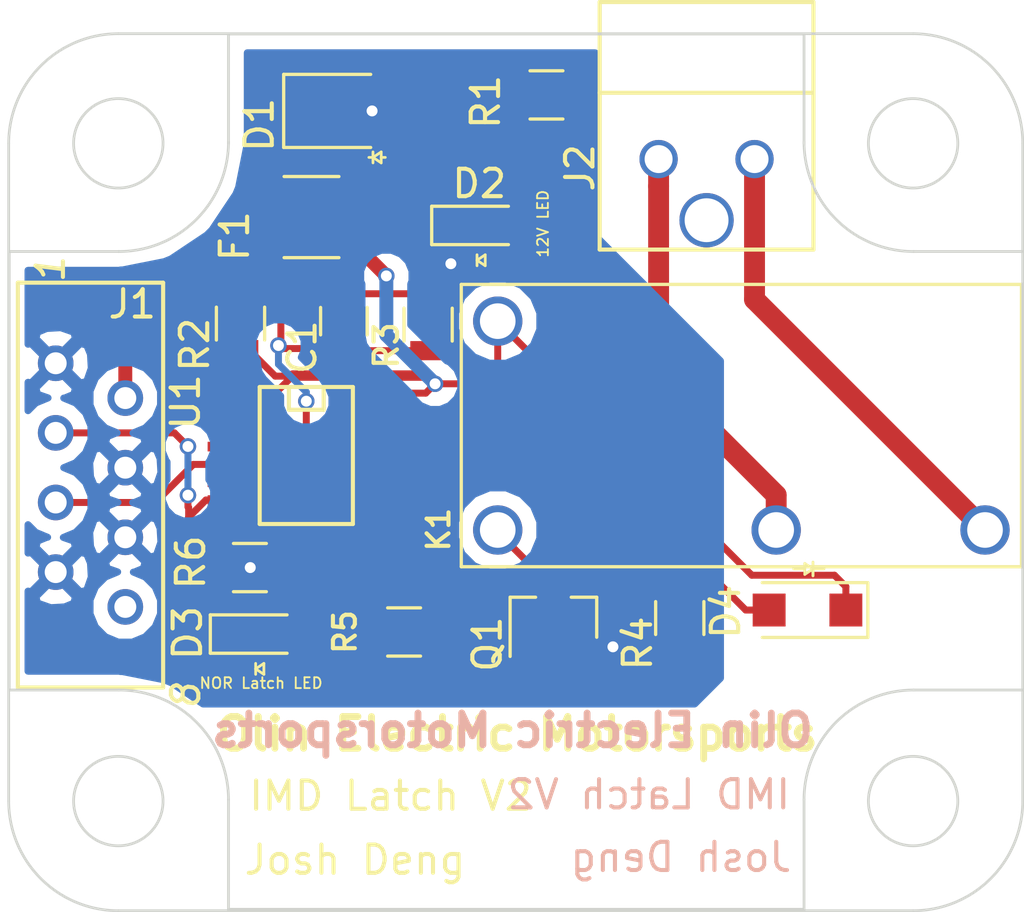
<source format=kicad_pcb>
(kicad_pcb (version 4) (host pcbnew 4.0.7-e2-6376~58~ubuntu16.04.1)

  (general
    (links 0)
    (no_connects 0)
    (area 139.8905 89.716899 177.428901 123.148805)
    (thickness 1.6)
    (drawings 36)
    (tracks 127)
    (zones 0)
    (modules 17)
    (nets 23)
  )

  (page A4)
  (layers
    (0 F.Cu signal)
    (31 B.Cu signal)
    (32 B.Adhes user)
    (33 F.Adhes user)
    (34 B.Paste user)
    (35 F.Paste user)
    (36 B.SilkS user)
    (37 F.SilkS user)
    (38 B.Mask user)
    (39 F.Mask user)
    (40 Dwgs.User user)
    (41 Cmts.User user)
    (42 Eco1.User user)
    (43 Eco2.User user)
    (44 Edge.Cuts user)
    (45 Margin user)
    (46 B.CrtYd user)
    (47 F.CrtYd user)
    (48 B.Fab user)
    (49 F.Fab user)
  )

  (setup
    (last_trace_width 0.1524)
    (user_trace_width 0.254)
    (user_trace_width 0.381)
    (user_trace_width 0.508)
    (user_trace_width 0.762)
    (trace_clearance 0.1524)
    (zone_clearance 0.508)
    (zone_45_only yes)
    (trace_min 0.1524)
    (segment_width 0.2)
    (edge_width 0.15)
    (via_size 0.6)
    (via_drill 0.4)
    (via_min_size 0.4)
    (via_min_drill 0.3)
    (uvia_size 0.3)
    (uvia_drill 0.1)
    (uvias_allowed no)
    (uvia_min_size 0)
    (uvia_min_drill 0)
    (pcb_text_width 0.3)
    (pcb_text_size 1.5 1.5)
    (mod_edge_width 0.15)
    (mod_text_size 1 1)
    (mod_text_width 0.15)
    (pad_size 1.524 1.524)
    (pad_drill 0.762)
    (pad_to_mask_clearance 0.2)
    (aux_axis_origin 0 0)
    (grid_origin 150.0505 100.9523)
    (visible_elements 7FFFFF7F)
    (pcbplotparams
      (layerselection 0x00030_80000001)
      (usegerberextensions false)
      (excludeedgelayer true)
      (linewidth 0.100000)
      (plotframeref false)
      (viasonmask false)
      (mode 1)
      (useauxorigin false)
      (hpglpennumber 1)
      (hpglpenspeed 20)
      (hpglpendiameter 15)
      (hpglpenoverlay 2)
      (psnegative false)
      (psa4output false)
      (plotreference true)
      (plotvalue true)
      (plotinvisibletext false)
      (padsonsilk false)
      (subtractmaskfromsilk false)
      (outputformat 1)
      (mirror false)
      (drillshape 1)
      (scaleselection 1)
      (outputdirectory ""))
  )

  (net 0 "")
  (net 1 "Net-(C1-Pad1)")
  (net 2 GND)
  (net 3 +12V)
  (net 4 "Net-(D2-Pad2)")
  (net 5 "Net-(D3-Pad2)")
  (net 6 /12V_Fused)
  (net 7 "Net-(J1-Pad3)")
  (net 8 "Net-(J1-Pad8)")
  (net 9 "Net-(J2-Pad2)")
  (net 10 "Net-(J2-Pad1)")
  (net 11 "Net-(Q1-Pad1)")
  (net 12 "Net-(U1-Pad1)")
  (net 13 "Net-(U1-Pad2)")
  (net 14 "Net-(U1-Pad3)")
  (net 15 "Net-(U1-Pad4)")
  (net 16 "Net-(U1-Pad10)")
  (net 17 "Net-(U1-Pad11)")
  (net 18 "Net-(U1-Pad12)")
  (net 19 "Net-(U1-Pad13)")
  (net 20 "Net-(U1-Pad14)")
  (net 21 "Net-(U1-Pad15)")
  (net 22 "Net-(D4-Pad2)")

  (net_class Default "This is the default net class."
    (clearance 0.1524)
    (trace_width 0.1524)
    (via_dia 0.6)
    (via_drill 0.4)
    (uvia_dia 0.3)
    (uvia_drill 0.1)
    (add_net +12V)
    (add_net /12V_Fused)
    (add_net GND)
    (add_net "Net-(C1-Pad1)")
    (add_net "Net-(D2-Pad2)")
    (add_net "Net-(D3-Pad2)")
    (add_net "Net-(D4-Pad2)")
    (add_net "Net-(J1-Pad3)")
    (add_net "Net-(J1-Pad8)")
    (add_net "Net-(J2-Pad1)")
    (add_net "Net-(J2-Pad2)")
    (add_net "Net-(Q1-Pad1)")
    (add_net "Net-(U1-Pad1)")
    (add_net "Net-(U1-Pad10)")
    (add_net "Net-(U1-Pad11)")
    (add_net "Net-(U1-Pad12)")
    (add_net "Net-(U1-Pad13)")
    (add_net "Net-(U1-Pad14)")
    (add_net "Net-(U1-Pad15)")
    (add_net "Net-(U1-Pad2)")
    (add_net "Net-(U1-Pad3)")
    (add_net "Net-(U1-Pad4)")
  )

  (module footprints:R_0805_OEM (layer F.Cu) (tedit 59F25131) (tstamp 5A0794AE)
    (at 149.0091 110.5789)
    (descr "Resistor SMD 0805, reflow soldering, Vishay (see dcrcw.pdf)")
    (tags "resistor 0805")
    (path /5A077434)
    (attr smd)
    (fp_text reference R6 (at -2.159 -0.1905 90) (layer F.SilkS)
      (effects (font (size 1 1) (thickness 0.15)))
    )
    (fp_text value R_2.2k (at 0 1.75) (layer F.Fab) hide
      (effects (font (size 1 1) (thickness 0.15)))
    )
    (fp_line (start -1 0.62) (end -1 -0.62) (layer F.Fab) (width 0.1))
    (fp_line (start 1 0.62) (end -1 0.62) (layer F.Fab) (width 0.1))
    (fp_line (start 1 -0.62) (end 1 0.62) (layer F.Fab) (width 0.1))
    (fp_line (start -1 -0.62) (end 1 -0.62) (layer F.Fab) (width 0.1))
    (fp_line (start 0.6 0.88) (end -0.6 0.88) (layer F.SilkS) (width 0.12))
    (fp_line (start -0.6 -0.88) (end 0.6 -0.88) (layer F.SilkS) (width 0.12))
    (fp_line (start -1.55 -0.9) (end 1.55 -0.9) (layer F.CrtYd) (width 0.05))
    (fp_line (start -1.55 -0.9) (end -1.55 0.9) (layer F.CrtYd) (width 0.05))
    (fp_line (start 1.55 0.9) (end 1.55 -0.9) (layer F.CrtYd) (width 0.05))
    (fp_line (start 1.55 0.9) (end -1.55 0.9) (layer F.CrtYd) (width 0.05))
    (pad 1 smd rect (at -0.95 0) (size 0.7 1.3) (layers F.Cu F.Paste F.Mask)
      (net 7 "Net-(J1-Pad3)"))
    (pad 2 smd rect (at 0.95 0) (size 0.7 1.3) (layers F.Cu F.Paste F.Mask)
      (net 2 GND))
    (model ${KISYS3DMOD}/Resistors_SMD.3dshapes/R_0805.wrl
      (at (xyz 0 0 0))
      (scale (xyz 1 1 1))
      (rotate (xyz 0 0 0))
    )
  )

  (module footprints:C_0805_OEM (layer F.Cu) (tedit 59F250E7) (tstamp 5A07939E)
    (at 152.4381 101.5873 90)
    (descr "Capacitor SMD 0805, reflow soldering, AVX (see smccp.pdf)")
    (tags "capacitor 0805")
    (path /5A027880)
    (attr smd)
    (fp_text reference C1 (at -0.9525 -1.524 270) (layer F.SilkS)
      (effects (font (size 1 1) (thickness 0.15)))
    )
    (fp_text value C_10uF (at 0 1.75 90) (layer F.Fab) hide
      (effects (font (size 1 1) (thickness 0.15)))
    )
    (fp_line (start -1 0.62) (end -1 -0.62) (layer F.Fab) (width 0.1))
    (fp_line (start 1 0.62) (end -1 0.62) (layer F.Fab) (width 0.1))
    (fp_line (start 1 -0.62) (end 1 0.62) (layer F.Fab) (width 0.1))
    (fp_line (start -1 -0.62) (end 1 -0.62) (layer F.Fab) (width 0.1))
    (fp_line (start 0.5 -0.85) (end -0.5 -0.85) (layer F.SilkS) (width 0.12))
    (fp_line (start -0.5 0.85) (end 0.5 0.85) (layer F.SilkS) (width 0.12))
    (fp_line (start -1.75 -0.88) (end 1.75 -0.88) (layer F.CrtYd) (width 0.05))
    (fp_line (start -1.75 -0.88) (end -1.75 0.87) (layer F.CrtYd) (width 0.05))
    (fp_line (start 1.75 0.87) (end 1.75 -0.88) (layer F.CrtYd) (width 0.05))
    (fp_line (start 1.75 0.87) (end -1.75 0.87) (layer F.CrtYd) (width 0.05))
    (pad 1 smd rect (at -1 0 90) (size 1 1.25) (layers F.Cu F.Paste F.Mask)
      (net 1 "Net-(C1-Pad1)"))
    (pad 2 smd rect (at 1 0 90) (size 1 1.25) (layers F.Cu F.Paste F.Mask)
      (net 2 GND))
    (model Capacitors_SMD.3dshapes/C_0805.wrl
      (at (xyz 0 0 0))
      (scale (xyz 1 1 1))
      (rotate (xyz 0 0 0))
    )
  )

  (module footprints:DO-214AA (layer F.Cu) (tedit 59F242BC) (tstamp 5A0793B5)
    (at 153.416 93.9165)
    (descr "http://www.diodes.com/datasheets/ap02001.pdf p.144")
    (tags "Diode SOD523")
    (path /59F27771)
    (attr smd)
    (fp_text reference D1 (at -4.064 0.508 90) (layer F.SilkS)
      (effects (font (size 1 1) (thickness 0.15)))
    )
    (fp_text value D_Zener_18V (at 0 2.286) (layer F.Fab) hide
      (effects (font (size 1 1) (thickness 0.15)))
    )
    (fp_line (start -3.175 -1.3335) (end -3.175 1.3335) (layer F.SilkS) (width 0.12))
    (fp_line (start 3.302 -1.4605) (end 3.302 1.4605) (layer F.CrtYd) (width 0.05))
    (fp_line (start -3.302 -1.4605) (end 3.302 -1.4605) (layer F.CrtYd) (width 0.05))
    (fp_line (start -3.302 -1.4605) (end -3.302 1.4605) (layer F.CrtYd) (width 0.05))
    (fp_line (start -3.302 1.4605) (end 3.302 1.4605) (layer F.CrtYd) (width 0.05))
    (fp_line (start 0.384 1.696) (end 0.534 1.696) (layer F.SilkS) (width 0.1))
    (fp_line (start 0.384 1.496) (end 0.084 1.696) (layer F.SilkS) (width 0.1))
    (fp_line (start 0.384 1.896) (end 0.384 1.496) (layer F.SilkS) (width 0.1))
    (fp_line (start 0.084 1.696) (end 0.384 1.896) (layer F.SilkS) (width 0.1))
    (fp_line (start 0.084 1.696) (end -0.066 1.696) (layer F.SilkS) (width 0.1))
    (fp_line (start 0.084 1.896) (end 0.084 1.496) (layer F.SilkS) (width 0.1))
    (fp_line (start 2.3749 -1.9685) (end 2.3749 1.9685) (layer F.Fab) (width 0.1))
    (fp_line (start -2.3749 -1.9685) (end 2.3749 -1.9685) (layer F.Fab) (width 0.1))
    (fp_line (start -2.3749 -1.9685) (end -2.3749 1.9685) (layer F.Fab) (width 0.1))
    (fp_line (start 2.3749 1.9685) (end -2.3749 1.9685) (layer F.Fab) (width 0.1))
    (fp_line (start -3.175 1.3335) (end 0 1.3335) (layer F.SilkS) (width 0.12))
    (fp_line (start -3.175 -1.3335) (end 0 -1.3335) (layer F.SilkS) (width 0.12))
    (pad 2 smd rect (at 2.032 0 180) (size 1.778 2.159) (layers F.Cu F.Paste F.Mask)
      (net 2 GND))
    (pad 1 smd rect (at -2.032 0 180) (size 1.778 2.159) (layers F.Cu F.Paste F.Mask)
      (net 3 +12V))
    (model ${KISYS3DMOD}/Diodes_SMD.3dshapes/D_SOD-523.wrl
      (at (xyz 0 0 0))
      (scale (xyz 1 1 1))
      (rotate (xyz 0 0 0))
    )
  )

  (module footprints:LED_0805_OEM (layer F.Cu) (tedit 59F2572F) (tstamp 5A0793CA)
    (at 157.4419 98.0948)
    (descr "LED 0805 smd package")
    (tags "LED led 0805 SMD smd SMT smt smdled SMDLED smtled SMTLED")
    (path /59E047E3)
    (attr smd)
    (fp_text reference D2 (at -0.0635 -1.524 180) (layer F.SilkS)
      (effects (font (size 1 1) (thickness 0.15)))
    )
    (fp_text value LED_0805 (at 0.508 2.032) (layer F.Fab) hide
      (effects (font (size 1 1) (thickness 0.15)))
    )
    (fp_line (start -1.8 -0.7) (end -1.8 0.7) (layer F.SilkS) (width 0.12))
    (fp_line (start -0.146 1.07) (end -0.146 1.47) (layer F.SilkS) (width 0.1))
    (fp_line (start -0.146 1.27) (end 0.154 1.07) (layer F.SilkS) (width 0.1))
    (fp_line (start 0.154 1.47) (end -0.146 1.27) (layer F.SilkS) (width 0.1))
    (fp_line (start 0.154 1.07) (end 0.154 1.47) (layer F.SilkS) (width 0.1))
    (fp_line (start 1 0.6) (end -1 0.6) (layer F.Fab) (width 0.1))
    (fp_line (start 1 -0.6) (end 1 0.6) (layer F.Fab) (width 0.1))
    (fp_line (start -1 -0.6) (end 1 -0.6) (layer F.Fab) (width 0.1))
    (fp_line (start -1 0.6) (end -1 -0.6) (layer F.Fab) (width 0.1))
    (fp_line (start -1.8 0.7) (end 1 0.7) (layer F.SilkS) (width 0.12))
    (fp_line (start -1.8 -0.7) (end 1 -0.7) (layer F.SilkS) (width 0.12))
    (fp_line (start 1.95 -0.85) (end 1.95 0.85) (layer F.CrtYd) (width 0.05))
    (fp_line (start 1.95 0.85) (end -1.95 0.85) (layer F.CrtYd) (width 0.05))
    (fp_line (start -1.95 0.85) (end -1.95 -0.85) (layer F.CrtYd) (width 0.05))
    (fp_line (start -1.95 -0.85) (end 1.95 -0.85) (layer F.CrtYd) (width 0.05))
    (pad 2 smd rect (at 1.1 0 180) (size 1.2 1.2) (layers F.Cu F.Paste F.Mask)
      (net 4 "Net-(D2-Pad2)"))
    (pad 1 smd rect (at -1.1 0 180) (size 1.2 1.2) (layers F.Cu F.Paste F.Mask)
      (net 2 GND))
    (model ${KISYS3DMOD}/LEDs.3dshapes/LED_0805.wrl
      (at (xyz 0 0 0))
      (scale (xyz 1 1 1))
      (rotate (xyz 0 0 180))
    )
  )

  (module footprints:LED_0805_OEM (layer F.Cu) (tedit 59F2572F) (tstamp 5A0793DF)
    (at 149.3647 113.0046)
    (descr "LED 0805 smd package")
    (tags "LED led 0805 SMD smd SMT smt smdled SMDLED smtled SMTLED")
    (path /5A0578CF)
    (attr smd)
    (fp_text reference D3 (at -2.63 -0.04 90) (layer F.SilkS)
      (effects (font (size 1 1) (thickness 0.15)))
    )
    (fp_text value LED_0805 (at 0.508 2.032) (layer F.Fab) hide
      (effects (font (size 1 1) (thickness 0.15)))
    )
    (fp_line (start -1.8 -0.7) (end -1.8 0.7) (layer F.SilkS) (width 0.12))
    (fp_line (start -0.146 1.07) (end -0.146 1.47) (layer F.SilkS) (width 0.1))
    (fp_line (start -0.146 1.27) (end 0.154 1.07) (layer F.SilkS) (width 0.1))
    (fp_line (start 0.154 1.47) (end -0.146 1.27) (layer F.SilkS) (width 0.1))
    (fp_line (start 0.154 1.07) (end 0.154 1.47) (layer F.SilkS) (width 0.1))
    (fp_line (start 1 0.6) (end -1 0.6) (layer F.Fab) (width 0.1))
    (fp_line (start 1 -0.6) (end 1 0.6) (layer F.Fab) (width 0.1))
    (fp_line (start -1 -0.6) (end 1 -0.6) (layer F.Fab) (width 0.1))
    (fp_line (start -1 0.6) (end -1 -0.6) (layer F.Fab) (width 0.1))
    (fp_line (start -1.8 0.7) (end 1 0.7) (layer F.SilkS) (width 0.12))
    (fp_line (start -1.8 -0.7) (end 1 -0.7) (layer F.SilkS) (width 0.12))
    (fp_line (start 1.95 -0.85) (end 1.95 0.85) (layer F.CrtYd) (width 0.05))
    (fp_line (start 1.95 0.85) (end -1.95 0.85) (layer F.CrtYd) (width 0.05))
    (fp_line (start -1.95 0.85) (end -1.95 -0.85) (layer F.CrtYd) (width 0.05))
    (fp_line (start -1.95 -0.85) (end 1.95 -0.85) (layer F.CrtYd) (width 0.05))
    (pad 2 smd rect (at 1.1 0 180) (size 1.2 1.2) (layers F.Cu F.Paste F.Mask)
      (net 5 "Net-(D3-Pad2)"))
    (pad 1 smd rect (at -1.1 0 180) (size 1.2 1.2) (layers F.Cu F.Paste F.Mask)
      (net 2 GND))
    (model ${KISYS3DMOD}/LEDs.3dshapes/LED_0805.wrl
      (at (xyz 0 0 0))
      (scale (xyz 1 1 1))
      (rotate (xyz 0 0 180))
    )
  )

  (module footprints:Fuse_1210 (layer F.Cu) (tedit 59F24A11) (tstamp 5A0793EF)
    (at 151.257 97.79)
    (descr "Resistor SMD 1210, reflow soldering, Vishay (see dcrcw.pdf)")
    (tags "resistor 1210")
    (path /59E0A5CF)
    (attr smd)
    (fp_text reference F1 (at -2.8045 0.6985 90) (layer F.SilkS)
      (effects (font (size 1 1) (thickness 0.15)))
    )
    (fp_text value 500mA (at 0 2.4) (layer F.Fab) hide
      (effects (font (size 1 1) (thickness 0.15)))
    )
    (fp_line (start -1.6 1.25) (end -1.6 -1.25) (layer F.Fab) (width 0.1))
    (fp_line (start 1.6 1.25) (end -1.6 1.25) (layer F.Fab) (width 0.1))
    (fp_line (start 1.6 -1.25) (end 1.6 1.25) (layer F.Fab) (width 0.1))
    (fp_line (start -1.6 -1.25) (end 1.6 -1.25) (layer F.Fab) (width 0.1))
    (fp_line (start 1 1.48) (end -1 1.48) (layer F.SilkS) (width 0.12))
    (fp_line (start -1 -1.48) (end 1 -1.48) (layer F.SilkS) (width 0.12))
    (fp_line (start -2.15 -1.5) (end 2.15 -1.5) (layer F.CrtYd) (width 0.05))
    (fp_line (start -2.15 -1.5) (end -2.15 1.5) (layer F.CrtYd) (width 0.05))
    (fp_line (start 2.15 1.5) (end 2.15 -1.5) (layer F.CrtYd) (width 0.05))
    (fp_line (start 2.15 1.5) (end -2.15 1.5) (layer F.CrtYd) (width 0.05))
    (pad 1 smd rect (at -1.45 0) (size 0.9 2.5) (layers F.Cu F.Paste F.Mask)
      (net 3 +12V))
    (pad 2 smd rect (at 1.45 0) (size 0.9 2.5) (layers F.Cu F.Paste F.Mask)
      (net 6 /12V_Fused))
    (model ${KISYS3DMOD}/Resistors_SMD.3dshapes/R_1210.wrl
      (at (xyz 0 0 0))
      (scale (xyz 1 1 1))
      (rotate (xyz 0 0 0))
    )
  )

  (module footprints:micromatch_female_ra_8 (layer F.Cu) (tedit 5A07AC2B) (tstamp 5A079401)
    (at 141.9225 108.204)
    (path /5A02849E)
    (fp_text reference J1 (at 2.794 -7.239) (layer F.SilkS)
      (effects (font (size 1 1) (thickness 0.15)))
    )
    (fp_text value micromatch_female_RA_8 (at 6.35 0 90) (layer F.Fab) hide
      (effects (font (size 1 1) (thickness 0.15)))
    )
    (fp_text user 8 (at 4.7498 7.0485 90) (layer F.SilkS)
      (effects (font (size 1 1) (thickness 0.15) italic))
    )
    (fp_text user 1 (at -0.1905 -8.5217 270) (layer F.SilkS)
      (effects (font (size 1 1) (thickness 0.15) italic))
    )
    (fp_line (start -1.38 6.75) (end 3.92 6.75) (layer F.SilkS) (width 0.15))
    (fp_line (start -1.38 -8.02) (end 3.92 -8.02) (layer F.SilkS) (width 0.15))
    (fp_line (start -1.38 6.75) (end -1.38 -8.02) (layer F.SilkS) (width 0.15))
    (fp_line (start 3.92 6.75) (end 3.92 -8.02) (layer F.SilkS) (width 0.15))
    (pad 5 thru_hole circle (at 0 0) (size 1.3 1.3) (drill 0.8) (layers *.Cu *.Mask)
      (net 6 /12V_Fused))
    (pad 3 thru_hole circle (at 0 -2.54) (size 1.3 1.3) (drill 0.8) (layers *.Cu *.Mask)
      (net 7 "Net-(J1-Pad3)"))
    (pad 1 thru_hole circle (at 0 -5.08) (size 1.3 1.3) (drill 0.8) (layers *.Cu *.Mask)
      (net 2 GND))
    (pad 7 thru_hole circle (at 0 2.54) (size 1.3 1.3) (drill 0.8) (layers *.Cu *.Mask)
      (net 2 GND))
    (pad 2 thru_hole circle (at 2.54 -3.81) (size 1.3 1.3) (drill 0.8) (layers *.Cu *.Mask)
      (net 3 +12V))
    (pad 4 thru_hole circle (at 2.54 -1.27) (size 1.3 1.3) (drill 0.8) (layers *.Cu *.Mask)
      (net 2 GND))
    (pad 6 thru_hole circle (at 2.54 1.27) (size 1.3 1.3) (drill 0.8) (layers *.Cu *.Mask)
      (net 2 GND))
    (pad 8 thru_hole circle (at 2.54 3.81) (size 1.3 1.3) (drill 0.8) (layers *.Cu *.Mask)
      (net 8 "Net-(J1-Pad8)"))
  )

  (module footprints:Ultrafit_2 (layer F.Cu) (tedit 59F11364) (tstamp 5A079414)
    (at 167.4215 95.6743 270)
    (path /5A058265)
    (fp_text reference J2 (at 0.3175 6.3702 270) (layer F.SilkS)
      (effects (font (size 1 1) (thickness 0.15)))
    )
    (fp_text value Ultrafit_2 (at 4.572 0.508 360) (layer F.Fab) hide
      (effects (font (size 1 1) (thickness 0.15)))
    )
    (fp_line (start -5.588 -2.032) (end -2.54 -2.032) (layer F.Fab) (width 0.15))
    (fp_line (start -2.54 -2.032) (end -2.54 5.588) (layer F.Fab) (width 0.15))
    (fp_line (start -2.54 5.588) (end -5.588 5.588) (layer F.Fab) (width 0.15))
    (fp_line (start -5.588 5.588) (end -5.588 -2.032) (layer F.Fab) (width 0.15))
    (fp_text user "6.55mm Clearance" (at -4.07 1.75 360) (layer F.Fab)
      (effects (font (size 0.5 0.5) (thickness 0.08)))
    )
    (fp_line (start -2.42 -2.15) (end -5.73 -2.15) (layer F.SilkS) (width 0.15))
    (fp_line (start -5.73 -2.15) (end -5.73 5.65) (layer F.SilkS) (width 0.15))
    (fp_line (start -5.73 5.65) (end -2.42 5.65) (layer F.SilkS) (width 0.15))
    (fp_line (start -2.42 5.65) (end 3.302 5.65) (layer F.SilkS) (width 0.15))
    (fp_line (start -2.42 -2.15) (end 3.302 -2.15) (layer F.SilkS) (width 0.15))
    (fp_line (start -2.42 5.65) (end -2.42 -2.15) (layer F.SilkS) (width 0.15))
    (fp_line (start 3.302 5.65) (end 3.302 -2.15) (layer F.SilkS) (width 0.15))
    (pad 2 thru_hole circle (at 0 0 270) (size 1.397 1.397) (drill 1.02) (layers *.Cu *.Mask)
      (net 9 "Net-(J2-Pad2)"))
    (pad 1 thru_hole circle (at 0 3.5 270) (size 1.397 1.397) (drill 1.02) (layers *.Cu *.Mask)
      (net 10 "Net-(J2-Pad1)"))
    (pad "" thru_hole circle (at 2.23 1.75 270) (size 1.981 1.981) (drill 1.6) (layers *.Cu *.Mask))
  )

  (module footprints:Relay_SPST_OMRON-G5Q-1A4_OEM (layer F.Cu) (tedit 5A07A84F) (tstamp 5A07943A)
    (at 158.0515 109.2073)
    (descr "Relay SPST-NO Omron Serie G5Q")
    (tags "Relay SPST-NO Omron Serie G5Q")
    (path /5A029E8F)
    (fp_text reference K1 (at -2.159 -0.0127 90) (layer F.SilkS)
      (effects (font (size 0.8 0.8) (thickness 0.15)))
    )
    (fp_text value G5Q-1A4-DC5-5V (at 8.8 3) (layer F.Fab) hide
      (effects (font (size 1 1) (thickness 0.15)))
    )
    (fp_text user %R (at 9.6 -4.5) (layer F.Fab) hide
      (effects (font (size 1 1) (thickness 0.15)))
    )
    (fp_line (start 0 -1) (end 0 -6.5) (layer F.Fab) (width 0.1))
    (fp_line (start 18.96 -8.81) (end 18.96 1.19) (layer F.Fab) (width 0.1))
    (fp_line (start 18.96 1.19) (end -1.18 1.19) (layer F.Fab) (width 0.1))
    (fp_line (start -1.18 1.19) (end -1.18 -8.81) (layer F.Fab) (width 0.1))
    (fp_line (start -1.18 -8.81) (end 18.96 -8.81) (layer F.Fab) (width 0.1))
    (fp_line (start -1.45 -9.05) (end 19.2 -9.05) (layer F.CrtYd) (width 0.05))
    (fp_line (start 19.2 -9.05) (end 19.2 1.45) (layer F.CrtYd) (width 0.05))
    (fp_line (start 19.2 1.45) (end -1.45 1.45) (layer F.CrtYd) (width 0.05))
    (fp_line (start -1.45 1.45) (end -1.45 -9.05) (layer F.CrtYd) (width 0.05))
    (fp_line (start 15.24 -3.81) (end 18.03 -5.21) (layer F.Fab) (width 0.12))
    (fp_line (start 17.78 -1.27) (end 17.78 -2.54) (layer F.Fab) (width 0.12))
    (fp_line (start 10.16 -1.27) (end 10.16 -3.81) (layer F.Fab) (width 0.12))
    (fp_line (start 10.16 -3.81) (end 15.24 -3.81) (layer F.Fab) (width 0.12))
    (fp_line (start 2.03 -3.05) (end 3.05 -4.06) (layer F.Fab) (width 0.12))
    (fp_line (start 2.54 -7.62) (end 1.27 -7.62) (layer F.Fab) (width 0.12))
    (fp_line (start 2.54 -4.83) (end 2.54 -7.62) (layer F.Fab) (width 0.12))
    (fp_line (start 2.54 0) (end 2.54 -2.29) (layer F.Fab) (width 0.12))
    (fp_line (start 1.27 0) (end 2.54 0) (layer F.Fab) (width 0.12))
    (fp_line (start 2.54 -2.29) (end 2.03 -2.29) (layer F.Fab) (width 0.12))
    (fp_line (start 2.03 -2.29) (end 2.03 -4.83) (layer F.Fab) (width 0.12))
    (fp_line (start 2.03 -4.83) (end 2.54 -4.83) (layer F.Fab) (width 0.12))
    (fp_line (start 2.54 -4.83) (end 3.05 -4.83) (layer F.Fab) (width 0.12))
    (fp_line (start 3.05 -4.83) (end 3.05 -2.29) (layer F.Fab) (width 0.12))
    (fp_line (start 3.05 -2.29) (end 2.54 -2.29) (layer F.Fab) (width 0.12))
    (fp_line (start -1.33 1.34) (end 19.11 1.34) (layer F.SilkS) (width 0.12))
    (fp_line (start 19.11 1.34) (end 19.11 -8.96) (layer F.SilkS) (width 0.12))
    (fp_line (start -1.33 1.34) (end -1.33 -8.96) (layer F.SilkS) (width 0.12))
    (fp_line (start -1.33 -8.96) (end 19.11 -8.96) (layer F.SilkS) (width 0.12))
    (fp_circle (center 15.24 -3.81) (end 15.24 -3.68) (layer F.Fab) (width 0.12))
    (pad 1 thru_hole circle (at 0 0 180) (size 1.8 1.8) (drill 1.3) (layers *.Cu *.Mask)
      (net 22 "Net-(D4-Pad2)"))
    (pad 2 thru_hole circle (at 10.16 0 180) (size 1.8 1.8) (drill 1.3) (layers *.Cu *.Mask)
      (net 10 "Net-(J2-Pad1)"))
    (pad 3 thru_hole circle (at 17.78 0 180) (size 1.8 1.8) (drill 1.3) (layers *.Cu *.Mask)
      (net 9 "Net-(J2-Pad2)"))
    (pad 5 thru_hole circle (at 0 -7.62 180) (size 1.8 1.8) (drill 1.3) (layers *.Cu *.Mask)
      (net 6 /12V_Fused))
    (model ${KISYS3DMOD}/Relays_THT.3dshapes/Relay_SPST_OMRON-G5Q.wrl
      (at (xyz 0 0 0))
      (scale (xyz 1 1 1))
      (rotate (xyz 0 0 0))
    )
  )

  (module footprints:SOT-23F (layer F.Cu) (tedit 59F24B04) (tstamp 5A07944E)
    (at 160.0835 112.4204 90)
    (descr "SOT-23, Standard")
    (tags SOT-23)
    (path /5A02B82C)
    (attr smd)
    (fp_text reference Q1 (at -0.9525 -2.413 270) (layer F.SilkS)
      (effects (font (size 1 1) (thickness 0.15)))
    )
    (fp_text value SSM3K333R (at 0 2.5 90) (layer F.Fab) hide
      (effects (font (size 1 1) (thickness 0.15)))
    )
    (fp_line (start -0.7 -0.95) (end -0.7 1.5) (layer F.Fab) (width 0.1))
    (fp_line (start -0.15 -1.52) (end 0.7 -1.52) (layer F.Fab) (width 0.1))
    (fp_line (start -0.7 -0.95) (end -0.15 -1.52) (layer F.Fab) (width 0.1))
    (fp_line (start 0.7 -1.52) (end 0.7 1.52) (layer F.Fab) (width 0.1))
    (fp_line (start -0.7 1.52) (end 0.7 1.52) (layer F.Fab) (width 0.1))
    (fp_line (start 0.76 1.58) (end 0.76 0.65) (layer F.SilkS) (width 0.12))
    (fp_line (start 0.76 -1.58) (end 0.76 -0.65) (layer F.SilkS) (width 0.12))
    (fp_line (start -1.7 -1.75) (end 1.7 -1.75) (layer F.CrtYd) (width 0.05))
    (fp_line (start 1.7 -1.75) (end 1.7 1.75) (layer F.CrtYd) (width 0.05))
    (fp_line (start 1.7 1.75) (end -1.7 1.75) (layer F.CrtYd) (width 0.05))
    (fp_line (start -1.7 1.75) (end -1.7 -1.75) (layer F.CrtYd) (width 0.05))
    (fp_line (start 0.76 -1.58) (end -1.4 -1.58) (layer F.SilkS) (width 0.12))
    (fp_line (start 0.76 1.58) (end -0.7 1.58) (layer F.SilkS) (width 0.12))
    (pad 1 smd rect (at -1.05 -0.95 90) (size 0.9 0.8) (layers F.Cu F.Paste F.Mask)
      (net 11 "Net-(Q1-Pad1)"))
    (pad 2 smd rect (at -1.05 0.95 90) (size 0.9 0.8) (layers F.Cu F.Paste F.Mask)
      (net 2 GND))
    (pad 3 smd rect (at 1.05 0 90) (size 0.9 0.8) (layers F.Cu F.Paste F.Mask)
      (net 22 "Net-(D4-Pad2)"))
    (model ${KISYS3DMOD}/TO_SOT_Packages_SMD.3dshapes/SOT-23.wrl
      (at (xyz 0 0 0))
      (scale (xyz 1 1 1))
      (rotate (xyz 0 0 0))
    )
  )

  (module footprints:R_0805_OEM (layer F.Cu) (tedit 59F25131) (tstamp 5A07945E)
    (at 159.8295 93.3323)
    (descr "Resistor SMD 0805, reflow soldering, Vishay (see dcrcw.pdf)")
    (tags "resistor 0805")
    (path /59E0432B)
    (attr smd)
    (fp_text reference R1 (at -2.22 0.254 90) (layer F.SilkS)
      (effects (font (size 1 1) (thickness 0.15)))
    )
    (fp_text value R_1k (at 0 1.75) (layer F.Fab) hide
      (effects (font (size 1 1) (thickness 0.15)))
    )
    (fp_line (start -1 0.62) (end -1 -0.62) (layer F.Fab) (width 0.1))
    (fp_line (start 1 0.62) (end -1 0.62) (layer F.Fab) (width 0.1))
    (fp_line (start 1 -0.62) (end 1 0.62) (layer F.Fab) (width 0.1))
    (fp_line (start -1 -0.62) (end 1 -0.62) (layer F.Fab) (width 0.1))
    (fp_line (start 0.6 0.88) (end -0.6 0.88) (layer F.SilkS) (width 0.12))
    (fp_line (start -0.6 -0.88) (end 0.6 -0.88) (layer F.SilkS) (width 0.12))
    (fp_line (start -1.55 -0.9) (end 1.55 -0.9) (layer F.CrtYd) (width 0.05))
    (fp_line (start -1.55 -0.9) (end -1.55 0.9) (layer F.CrtYd) (width 0.05))
    (fp_line (start 1.55 0.9) (end 1.55 -0.9) (layer F.CrtYd) (width 0.05))
    (fp_line (start 1.55 0.9) (end -1.55 0.9) (layer F.CrtYd) (width 0.05))
    (pad 1 smd rect (at -0.95 0) (size 0.7 1.3) (layers F.Cu F.Paste F.Mask)
      (net 6 /12V_Fused))
    (pad 2 smd rect (at 0.95 0) (size 0.7 1.3) (layers F.Cu F.Paste F.Mask)
      (net 4 "Net-(D2-Pad2)"))
    (model ${KISYS3DMOD}/Resistors_SMD.3dshapes/R_0805.wrl
      (at (xyz 0 0 0))
      (scale (xyz 1 1 1))
      (rotate (xyz 0 0 0))
    )
  )

  (module footprints:R_0805_OEM (layer F.Cu) (tedit 59F25131) (tstamp 5A07946E)
    (at 148.6662 101.6762 270)
    (descr "Resistor SMD 0805, reflow soldering, Vishay (see dcrcw.pdf)")
    (tags "resistor 0805")
    (path /5A08F41B)
    (attr smd)
    (fp_text reference R2 (at 0.77 1.67 270) (layer F.SilkS)
      (effects (font (size 1 1) (thickness 0.15)))
    )
    (fp_text value R_576k (at 0 1.75 270) (layer F.Fab) hide
      (effects (font (size 1 1) (thickness 0.15)))
    )
    (fp_line (start -1 0.62) (end -1 -0.62) (layer F.Fab) (width 0.1))
    (fp_line (start 1 0.62) (end -1 0.62) (layer F.Fab) (width 0.1))
    (fp_line (start 1 -0.62) (end 1 0.62) (layer F.Fab) (width 0.1))
    (fp_line (start -1 -0.62) (end 1 -0.62) (layer F.Fab) (width 0.1))
    (fp_line (start 0.6 0.88) (end -0.6 0.88) (layer F.SilkS) (width 0.12))
    (fp_line (start -0.6 -0.88) (end 0.6 -0.88) (layer F.SilkS) (width 0.12))
    (fp_line (start -1.55 -0.9) (end 1.55 -0.9) (layer F.CrtYd) (width 0.05))
    (fp_line (start -1.55 -0.9) (end -1.55 0.9) (layer F.CrtYd) (width 0.05))
    (fp_line (start 1.55 0.9) (end 1.55 -0.9) (layer F.CrtYd) (width 0.05))
    (fp_line (start 1.55 0.9) (end -1.55 0.9) (layer F.CrtYd) (width 0.05))
    (pad 1 smd rect (at -0.95 0 270) (size 0.7 1.3) (layers F.Cu F.Paste F.Mask)
      (net 1 "Net-(C1-Pad1)"))
    (pad 2 smd rect (at 0.95 0 270) (size 0.7 1.3) (layers F.Cu F.Paste F.Mask)
      (net 6 /12V_Fused))
    (model ${KISYS3DMOD}/Resistors_SMD.3dshapes/R_0805.wrl
      (at (xyz 0 0 0))
      (scale (xyz 1 1 1))
      (rotate (xyz 0 0 0))
    )
  )

  (module footprints:R_0805_OEM (layer F.Cu) (tedit 5A0A4AF2) (tstamp 5A07947E)
    (at 155.5115 101.7143 90)
    (descr "Resistor SMD 0805, reflow soldering, Vishay (see dcrcw.pdf)")
    (tags "resistor 0805")
    (path /5A08F396)
    (attr smd)
    (fp_text reference R3 (at -0.762 -1.524 90) (layer F.SilkS)
      (effects (font (size 0.856 0.856) (thickness 0.15)))
    )
    (fp_text value R_2.94M (at 0 1.75 90) (layer F.Fab) hide
      (effects (font (size 1 1) (thickness 0.15)))
    )
    (fp_line (start -1 0.62) (end -1 -0.62) (layer F.Fab) (width 0.1))
    (fp_line (start 1 0.62) (end -1 0.62) (layer F.Fab) (width 0.1))
    (fp_line (start 1 -0.62) (end 1 0.62) (layer F.Fab) (width 0.1))
    (fp_line (start -1 -0.62) (end 1 -0.62) (layer F.Fab) (width 0.1))
    (fp_line (start 0.6 0.88) (end -0.6 0.88) (layer F.SilkS) (width 0.12))
    (fp_line (start -0.6 -0.88) (end 0.6 -0.88) (layer F.SilkS) (width 0.12))
    (fp_line (start -1.55 -0.9) (end 1.55 -0.9) (layer F.CrtYd) (width 0.05))
    (fp_line (start -1.55 -0.9) (end -1.55 0.9) (layer F.CrtYd) (width 0.05))
    (fp_line (start 1.55 0.9) (end 1.55 -0.9) (layer F.CrtYd) (width 0.05))
    (fp_line (start 1.55 0.9) (end -1.55 0.9) (layer F.CrtYd) (width 0.05))
    (pad 1 smd rect (at -0.95 0 90) (size 0.7 1.3) (layers F.Cu F.Paste F.Mask)
      (net 1 "Net-(C1-Pad1)"))
    (pad 2 smd rect (at 0.95 0 90) (size 0.7 1.3) (layers F.Cu F.Paste F.Mask)
      (net 2 GND))
    (model ${KISYS3DMOD}/Resistors_SMD.3dshapes/R_0805.wrl
      (at (xyz 0 0 0))
      (scale (xyz 1 1 1))
      (rotate (xyz 0 0 0))
    )
  )

  (module footprints:R_0805_OEM (layer F.Cu) (tedit 59F25131) (tstamp 5A07948E)
    (at 164.6936 112.4204 270)
    (descr "Resistor SMD 0805, reflow soldering, Vishay (see dcrcw.pdf)")
    (tags "resistor 0805")
    (path /5A054B2F)
    (attr smd)
    (fp_text reference R4 (at 0.9271 1.5367 450) (layer F.SilkS)
      (effects (font (size 1 1) (thickness 0.15)))
    )
    (fp_text value R_1M (at 0 1.75 270) (layer F.Fab) hide
      (effects (font (size 1 1) (thickness 0.15)))
    )
    (fp_line (start -1 0.62) (end -1 -0.62) (layer F.Fab) (width 0.1))
    (fp_line (start 1 0.62) (end -1 0.62) (layer F.Fab) (width 0.1))
    (fp_line (start 1 -0.62) (end 1 0.62) (layer F.Fab) (width 0.1))
    (fp_line (start -1 -0.62) (end 1 -0.62) (layer F.Fab) (width 0.1))
    (fp_line (start 0.6 0.88) (end -0.6 0.88) (layer F.SilkS) (width 0.12))
    (fp_line (start -0.6 -0.88) (end 0.6 -0.88) (layer F.SilkS) (width 0.12))
    (fp_line (start -1.55 -0.9) (end 1.55 -0.9) (layer F.CrtYd) (width 0.05))
    (fp_line (start -1.55 -0.9) (end -1.55 0.9) (layer F.CrtYd) (width 0.05))
    (fp_line (start 1.55 0.9) (end 1.55 -0.9) (layer F.CrtYd) (width 0.05))
    (fp_line (start 1.55 0.9) (end -1.55 0.9) (layer F.CrtYd) (width 0.05))
    (pad 1 smd rect (at -0.95 0 270) (size 0.7 1.3) (layers F.Cu F.Paste F.Mask)
      (net 11 "Net-(Q1-Pad1)"))
    (pad 2 smd rect (at 0.95 0 270) (size 0.7 1.3) (layers F.Cu F.Paste F.Mask)
      (net 2 GND))
    (model ${KISYS3DMOD}/Resistors_SMD.3dshapes/R_0805.wrl
      (at (xyz 0 0 0))
      (scale (xyz 1 1 1))
      (rotate (xyz 0 0 0))
    )
  )

  (module footprints:R_0805_OEM (layer F.Cu) (tedit 5A07AD94) (tstamp 5A07949E)
    (at 154.6352 112.9284 180)
    (descr "Resistor SMD 0805, reflow soldering, Vishay (see dcrcw.pdf)")
    (tags "resistor 0805")
    (path /5A057840)
    (attr smd)
    (fp_text reference R5 (at 2.159 0 270) (layer F.SilkS)
      (effects (font (size 0.8 0.8) (thickness 0.15)))
    )
    (fp_text value R_1k (at 0 1.75 180) (layer F.Fab) hide
      (effects (font (size 1 1) (thickness 0.15)))
    )
    (fp_line (start -1 0.62) (end -1 -0.62) (layer F.Fab) (width 0.1))
    (fp_line (start 1 0.62) (end -1 0.62) (layer F.Fab) (width 0.1))
    (fp_line (start 1 -0.62) (end 1 0.62) (layer F.Fab) (width 0.1))
    (fp_line (start -1 -0.62) (end 1 -0.62) (layer F.Fab) (width 0.1))
    (fp_line (start 0.6 0.88) (end -0.6 0.88) (layer F.SilkS) (width 0.12))
    (fp_line (start -0.6 -0.88) (end 0.6 -0.88) (layer F.SilkS) (width 0.12))
    (fp_line (start -1.55 -0.9) (end 1.55 -0.9) (layer F.CrtYd) (width 0.05))
    (fp_line (start -1.55 -0.9) (end -1.55 0.9) (layer F.CrtYd) (width 0.05))
    (fp_line (start 1.55 0.9) (end 1.55 -0.9) (layer F.CrtYd) (width 0.05))
    (fp_line (start 1.55 0.9) (end -1.55 0.9) (layer F.CrtYd) (width 0.05))
    (pad 1 smd rect (at -0.95 0 180) (size 0.7 1.3) (layers F.Cu F.Paste F.Mask)
      (net 11 "Net-(Q1-Pad1)"))
    (pad 2 smd rect (at 0.95 0 180) (size 0.7 1.3) (layers F.Cu F.Paste F.Mask)
      (net 5 "Net-(D3-Pad2)"))
    (model ${KISYS3DMOD}/Resistors_SMD.3dshapes/R_0805.wrl
      (at (xyz 0 0 0))
      (scale (xyz 1 1 1))
      (rotate (xyz 0 0 0))
    )
  )

  (module footprints:TSSOP-16-OEM (layer F.Cu) (tedit 5A077EB6) (tstamp 5A079AB9)
    (at 151.0665 106.4895 270)
    (path /5A078803)
    (attr smd)
    (fp_text reference U1 (at -1.9558 4.4069 450) (layer F.SilkS)
      (effects (font (size 1 1) (thickness 0.15)))
    )
    (fp_text value CD4043BPWR (at 0.381 -1.905 270) (layer F.Fab) hide
      (effects (font (size 1 1) (thickness 0.15)))
    )
    (fp_line (start -1.8 0.5) (end -2.4 0.5) (layer F.Fab) (width 0.1))
    (fp_line (start -1.8 -0.55) (end -1.8 0.5) (layer F.Fab) (width 0.1))
    (fp_line (start -2.35 -0.55) (end -1.8 -0.55) (layer F.Fab) (width 0.1))
    (fp_line (start -2.4 -1.6) (end 2.4 -1.6) (layer F.Fab) (width 0.1))
    (fp_line (start -2.4 1.6) (end -2.4 -1.6) (layer F.Fab) (width 0.1))
    (fp_line (start 2.4 1.6) (end -2.4 1.6) (layer F.Fab) (width 0.1))
    (fp_line (start 2.4 -1.6) (end 2.4 1.6) (layer F.Fab) (width 0.1))
    (fp_line (start 2.5 -1.7) (end -2.5 -1.7) (layer F.SilkS) (width 0.15))
    (fp_line (start -2.5 1.7) (end -2.5 -1.7) (layer F.SilkS) (width 0.15))
    (fp_line (start -2.43 -0.635) (end -1.668 -0.635) (layer F.SilkS) (width 0.15))
    (fp_line (start -1.668 -0.635) (end -1.668 0.635) (layer F.SilkS) (width 0.15))
    (fp_line (start -1.668 0.635) (end -2.43 0.635) (layer F.SilkS) (width 0.15))
    (fp_line (start 2.5 1.7) (end 2.5 -1.7) (layer F.SilkS) (width 0.15))
    (fp_line (start 2.5 1.7) (end -2.5 1.7) (layer F.SilkS) (width 0.15))
    (pad 1 smd rect (at -2.275 2.8 270) (size 0.35 1.6) (layers F.Cu F.Paste F.Mask)
      (net 12 "Net-(U1-Pad1)"))
    (pad 2 smd rect (at -1.625 2.8 270) (size 0.35 1.6) (layers F.Cu F.Paste F.Mask)
      (net 13 "Net-(U1-Pad2)"))
    (pad 3 smd rect (at -0.975 2.8 270) (size 0.35 1.6) (layers F.Cu F.Paste F.Mask)
      (net 14 "Net-(U1-Pad3)"))
    (pad 4 smd rect (at -0.325 2.8 270) (size 0.35 1.6) (layers F.Cu F.Paste F.Mask)
      (net 15 "Net-(U1-Pad4)"))
    (pad 5 smd rect (at 0.325 2.8 270) (size 0.35 1.6) (layers F.Cu F.Paste F.Mask)
      (net 6 /12V_Fused))
    (pad 6 smd rect (at 0.975 2.8 270) (size 0.35 1.6) (layers F.Cu F.Paste F.Mask)
      (net 1 "Net-(C1-Pad1)"))
    (pad 7 smd rect (at 1.625 2.8 270) (size 0.35 1.6) (layers F.Cu F.Paste F.Mask)
      (net 7 "Net-(J1-Pad3)"))
    (pad 8 smd rect (at 2.275 2.8 270) (size 0.35 1.6) (layers F.Cu F.Paste F.Mask)
      (net 2 GND))
    (pad 9 smd rect (at 2.275 -2.8 270) (size 0.35 1.6) (layers F.Cu F.Paste F.Mask)
      (net 11 "Net-(Q1-Pad1)"))
    (pad 10 smd rect (at 1.625 -2.8 270) (size 0.35 1.6) (layers F.Cu F.Paste F.Mask)
      (net 16 "Net-(U1-Pad10)"))
    (pad 11 smd rect (at 0.975 -2.8 270) (size 0.35 1.6) (layers F.Cu F.Paste F.Mask)
      (net 17 "Net-(U1-Pad11)"))
    (pad 12 smd rect (at 0.325 -2.8 270) (size 0.35 1.6) (layers F.Cu F.Paste F.Mask)
      (net 18 "Net-(U1-Pad12)"))
    (pad 13 smd rect (at -0.325 -2.8 270) (size 0.35 1.6) (layers F.Cu F.Paste F.Mask)
      (net 19 "Net-(U1-Pad13)"))
    (pad 14 smd rect (at -0.975 -2.8 270) (size 0.35 1.6) (layers F.Cu F.Paste F.Mask)
      (net 20 "Net-(U1-Pad14)"))
    (pad 15 smd rect (at -1.625 -2.8 270) (size 0.35 1.6) (layers F.Cu F.Paste F.Mask)
      (net 21 "Net-(U1-Pad15)"))
    (pad 16 smd rect (at -2.275 -2.8 270) (size 0.35 1.6) (layers F.Cu F.Paste F.Mask)
      (net 6 /12V_Fused))
    (model SMD_Packages.3dshapes/SO-16-L.wrl
      (at (xyz 0 0 0))
      (scale (xyz 0.5 0.6 0.5))
      (rotate (xyz 0 0 0))
    )
  )

  (module footprints:D_SOD-123W_OEM (layer F.Cu) (tedit 59F7E4A2) (tstamp 5A07A5ED)
    (at 169.3545 112.1283 180)
    (descr D_SOD-123F)
    (tags D_SOD-123F)
    (path /5A07A854)
    (attr smd)
    (fp_text reference D4 (at 2.9845 -0.0635 270) (layer F.SilkS)
      (effects (font (size 1 1) (thickness 0.15)))
    )
    (fp_text value D_Schottky_SOD123 (at -0.25 2.1 180) (layer F.Fab) hide
      (effects (font (size 1 1) (thickness 0.25)))
    )
    (fp_line (start 0.1 1.5) (end 0.5 1.5) (layer F.SilkS) (width 0.1))
    (fp_line (start -0.2 1.5) (end 0.1 1.3) (layer F.SilkS) (width 0.1))
    (fp_line (start 0.1 1.3) (end 0.1 1.7) (layer F.SilkS) (width 0.1))
    (fp_line (start 0.1 1.7) (end -0.2 1.5) (layer F.SilkS) (width 0.1))
    (fp_line (start -0.6 1.5) (end -0.2 1.5) (layer F.SilkS) (width 0.1))
    (fp_line (start -0.2 1.5) (end -0.2 1.25) (layer F.SilkS) (width 0.1))
    (fp_line (start -0.2 1.25) (end -0.2 1.75) (layer F.SilkS) (width 0.1))
    (fp_text user %R (at -0.127 -1.905 180) (layer F.Fab) hide
      (effects (font (size 1 1) (thickness 0.15)))
    )
    (fp_line (start -2.2 -1) (end -2.2 1) (layer F.SilkS) (width 0.12))
    (fp_line (start 0.25 0) (end 0.75 0) (layer F.Fab) (width 0.1))
    (fp_line (start 0.25 0.4) (end -0.35 0) (layer F.Fab) (width 0.1))
    (fp_line (start 0.25 -0.4) (end 0.25 0.4) (layer F.Fab) (width 0.1))
    (fp_line (start -0.35 0) (end 0.25 -0.4) (layer F.Fab) (width 0.1))
    (fp_line (start -0.35 0) (end -0.35 0.55) (layer F.Fab) (width 0.1))
    (fp_line (start -0.35 0) (end -0.35 -0.55) (layer F.Fab) (width 0.1))
    (fp_line (start -0.75 0) (end -0.35 0) (layer F.Fab) (width 0.1))
    (fp_line (start -1.4 0.9) (end -1.4 -0.9) (layer F.Fab) (width 0.1))
    (fp_line (start 1.4 0.9) (end -1.4 0.9) (layer F.Fab) (width 0.1))
    (fp_line (start 1.4 -0.9) (end 1.4 0.9) (layer F.Fab) (width 0.1))
    (fp_line (start -1.4 -0.9) (end 1.4 -0.9) (layer F.Fab) (width 0.1))
    (fp_line (start -2.3 -1.15) (end 2.2 -1.15) (layer F.CrtYd) (width 0.05))
    (fp_line (start 2.2 -1.15) (end 2.2 1.15) (layer F.CrtYd) (width 0.05))
    (fp_line (start 2.2 1.15) (end -2.3 1.15) (layer F.CrtYd) (width 0.05))
    (fp_line (start -2.3 -1.15) (end -2.3 1.15) (layer F.CrtYd) (width 0.05))
    (fp_line (start -2.2 1) (end 1.65 1) (layer F.SilkS) (width 0.12))
    (fp_line (start -2.2 -1) (end 1.65 -1) (layer F.SilkS) (width 0.12))
    (pad 1 smd rect (at -1.4 0 180) (size 1.2 1.2) (layers F.Cu F.Paste F.Mask)
      (net 6 /12V_Fused))
    (pad 2 smd rect (at 1.4 0 180) (size 1.2 1.2) (layers F.Cu F.Paste F.Mask)
      (net 22 "Net-(D4-Pad2)"))
    (model ${KISYS3DMOD}/Diodes_SMD.3dshapes/D_SOD-123F.wrl
      (at (xyz 0 0 0))
      (scale (xyz 1 1 1))
      (rotate (xyz 0 0 0))
    )
  )

  (gr_text "Josh Deng" (at 164.7317 121.1453) (layer B.SilkS) (tstamp 5A0A573E)
    (effects (font (size 1.03 1.03) (thickness 0.1476)) (justify mirror))
  )
  (gr_text "IMD Latch V2" (at 163.5633 118.8593) (layer B.SilkS) (tstamp 5A0A5739)
    (effects (font (size 1.03 1.03) (thickness 0.1476)) (justify mirror))
  )
  (gr_text "Olin Electric Motorsports\n" (at 158.5849 116.5225) (layer B.SilkS) (tstamp 5A0A5737)
    (effects (font (size 1.157 1.157) (thickness 0.2492)) (justify mirror))
  )
  (gr_text "Josh Deng" (at 152.8445 121.2469) (layer F.SilkS)
    (effects (font (size 1.03 1.03) (thickness 0.1476)))
  )
  (gr_text "IMD Latch V2" (at 154.1399 118.9101) (layer F.SilkS)
    (effects (font (size 1.03 1.03) (thickness 0.1476)))
  )
  (gr_text "Olin Electric Motorsports\n" (at 158.7627 116.6495) (layer F.SilkS)
    (effects (font (size 1.157 1.157) (thickness 0.2492)))
  )
  (gr_arc (start 144.208 119.098804) (end 140.208 119.098804) (angle -90) (layer Edge.Cuts) (width 0.1))
  (gr_circle (center 144.208 119.098804) (end 145.83995 119.098804) (layer Edge.Cuts) (width 0.1))
  (gr_arc (start 173.208 119.098804) (end 173.208 123.098804) (angle -90) (layer Edge.Cuts) (width 0.1))
  (gr_circle (center 173.208 119.098804) (end 174.83995 119.098804) (layer Edge.Cuts) (width 0.1))
  (gr_arc (start 173.208 95.098804) (end 177.208 95.098804) (angle -90) (layer Edge.Cuts) (width 0.1))
  (gr_circle (center 173.208 95.098804) (end 174.83995 95.098804) (layer Edge.Cuts) (width 0.1))
  (gr_arc (start 144.208 95.098804) (end 144.208 91.098804) (angle -90) (layer Edge.Cuts) (width 0.1))
  (gr_circle (center 144.208 95.098804) (end 145.83995 95.098804) (layer Edge.Cuts) (width 0.1))
  (gr_line (start 177.208 95.098804) (end 177.208 119.098804) (layer Edge.Cuts) (width 0.1))
  (gr_line (start 173.208 123.098804) (end 144.208 123.098804) (layer Edge.Cuts) (width 0.1))
  (gr_line (start 140.208 95.098804) (end 140.208 119.098804) (layer Edge.Cuts) (width 0.1))
  (gr_line (start 173.208 91.098804) (end 144.208 91.098804) (layer Edge.Cuts) (width 0.1))
  (gr_arc (start 173.2275 95.0463) (end 169.2275 95.0463) (angle -90) (layer Edge.Cuts) (width 0.1))
  (gr_line (start 173.2275 99.0463) (end 177.2275 99.0463) (layer Edge.Cuts) (width 0.1))
  (gr_line (start 177.2275 99.0463) (end 177.2275 115.0463) (layer Edge.Cuts) (width 0.1))
  (gr_line (start 169.2275 123.0463) (end 148.2275 123.0463) (layer Edge.Cuts) (width 0.1))
  (gr_line (start 148.2275 123.0463) (end 148.2275 119.0463) (layer Edge.Cuts) (width 0.1))
  (gr_arc (start 144.2275 119.0463) (end 148.2275 119.0463) (angle -90) (layer Edge.Cuts) (width 0.1))
  (gr_line (start 169.2275 91.1098) (end 169.2275 95.1098) (layer Edge.Cuts) (width 0.1))
  (gr_line (start 144.2275 115.0463) (end 140.2275 115.0463) (layer Edge.Cuts) (width 0.1))
  (gr_line (start 140.2275 99.0463) (end 140.2275 115.0463) (layer Edge.Cuts) (width 0.1))
  (gr_line (start 144.2275 99.0463) (end 140.2275 99.0463) (layer Edge.Cuts) (width 0.1))
  (gr_line (start 173.2275 115.0463) (end 177.2275 115.0463) (layer Edge.Cuts) (width 0.1))
  (gr_arc (start 173.2275 119.0463) (end 173.2275 115.0463) (angle -90) (layer Edge.Cuts) (width 0.1))
  (gr_line (start 169.2275 123.0463) (end 169.2275 119.0463) (layer Edge.Cuts) (width 0.1))
  (gr_arc (start 144.2275 95.0463) (end 144.2275 99.0463) (angle -90) (layer Edge.Cuts) (width 0.1))
  (gr_line (start 148.2275 91.1098) (end 148.2275 95.1098) (layer Edge.Cuts) (width 0.1))
  (gr_line (start 169.2275 91.1098) (end 148.2275 91.1098) (layer Edge.Cuts) (width 0.1))
  (gr_text "NOR Latch LED" (at 149.4155 114.7953) (layer F.SilkS) (tstamp 5A090FCA)
    (effects (font (size 0.394 0.394) (thickness 0.067)))
  )
  (gr_text "12V LED" (at 159.7025 98.0313 90) (layer F.SilkS)
    (effects (font (size 0.394 0.394) (thickness 0.067)))
  )

  (segment (start 152.4381 102.5873) (end 150.1615 102.5873) (width 0.254) (layer F.Cu) (net 1))
  (segment (start 150.1615 102.5873) (end 150.0505 102.4763) (width 0.254) (layer F.Cu) (net 1))
  (segment (start 155.5115 102.6643) (end 152.5151 102.6643) (width 0.254) (layer F.Cu) (net 1))
  (segment (start 152.5151 102.6643) (end 152.4381 102.5873) (width 0.254) (layer F.Cu) (net 1))
  (segment (start 151.0665 104.5083) (end 151.0665 106.5403) (width 0.254) (layer F.Cu) (net 1))
  (segment (start 151.0665 106.5403) (end 150.1394 107.4674) (width 0.254) (layer F.Cu) (net 1))
  (segment (start 150.1394 107.4674) (end 148.4599 107.4674) (width 0.254) (layer F.Cu) (net 1))
  (segment (start 148.4599 107.4674) (end 148.457 107.4645) (width 0.254) (layer F.Cu) (net 1))
  (segment (start 151.0665 104.1733) (end 151.0665 104.5083) (width 0.254) (layer B.Cu) (net 1))
  (via (at 151.0665 104.5083) (size 0.6) (drill 0.4) (layers F.Cu B.Cu) (net 1))
  (segment (start 150.0505 102.4763) (end 150.0505 103.1573) (width 0.254) (layer B.Cu) (net 1))
  (segment (start 150.0505 103.1573) (end 151.0665 104.1733) (width 0.254) (layer B.Cu) (net 1))
  (segment (start 150.1394 101.1014) (end 150.1394 102.3874) (width 0.254) (layer F.Cu) (net 1))
  (segment (start 150.1394 102.3874) (end 150.0505 102.4763) (width 0.254) (layer F.Cu) (net 1))
  (via (at 150.0505 102.4763) (size 0.6) (drill 0.4) (layers F.Cu B.Cu) (net 1))
  (segment (start 149.7642 100.7262) (end 150.1394 101.1014) (width 0.254) (layer F.Cu) (net 1))
  (segment (start 148.6662 100.7262) (end 149.7642 100.7262) (width 0.254) (layer F.Cu) (net 1))
  (segment (start 155.5115 100.7643) (end 155.5115 100.3222) (width 0.254) (layer F.Cu) (net 2))
  (segment (start 155.5115 100.3222) (end 156.3419 99.4918) (width 0.254) (layer F.Cu) (net 2))
  (segment (start 152.4381 100.5873) (end 155.2464 100.5873) (width 0.254) (layer F.Cu) (net 2))
  (segment (start 155.2464 100.5873) (end 156.3419 99.4918) (width 0.254) (layer F.Cu) (net 2))
  (segment (start 155.3345 100.5873) (end 155.5115 100.7643) (width 0.254) (layer F.Cu) (net 2))
  (segment (start 148.2647 113.0046) (end 148.2647 112.1506) (width 0.254) (layer F.Cu) (net 2))
  (segment (start 148.2647 112.1506) (end 149.0218 111.3935) (width 0.254) (layer F.Cu) (net 2))
  (segment (start 149.0218 111.3935) (end 149.0218 111.003164) (width 0.254) (layer F.Cu) (net 2))
  (segment (start 149.0218 111.003164) (end 149.0218 110.5789) (width 0.254) (layer F.Cu) (net 2))
  (segment (start 148.457 108.7645) (end 149.0218 109.3293) (width 0.254) (layer F.Cu) (net 2))
  (segment (start 149.0218 109.3293) (end 149.0218 110.5789) (width 0.254) (layer F.Cu) (net 2))
  (segment (start 155.448 93.9165) (end 153.4668 93.9165) (width 0.254) (layer F.Cu) (net 2))
  (via (at 153.4668 93.9165) (size 0.6) (drill 0.4) (layers F.Cu B.Cu) (net 2))
  (segment (start 156.3419 98.0948) (end 156.3419 99.4918) (width 0.254) (layer F.Cu) (net 2))
  (via (at 156.3419 99.4918) (size 0.6) (drill 0.4) (layers F.Cu B.Cu) (net 2))
  (segment (start 162.7632 113.4704) (end 164.5936 113.4704) (width 0.254) (layer F.Cu) (net 2))
  (segment (start 161.0335 113.4704) (end 162.7632 113.4704) (width 0.254) (layer F.Cu) (net 2))
  (segment (start 162.7632 113.4704) (end 162.2552 113.4704) (width 0.254) (layer F.Cu) (net 2))
  (via (at 162.2552 113.4704) (size 0.6) (drill 0.4) (layers F.Cu B.Cu) (net 2))
  (segment (start 164.5936 113.4704) (end 164.6936 113.3704) (width 0.254) (layer F.Cu) (net 2))
  (segment (start 149.9591 110.5789) (end 149.0218 110.5789) (width 0.254) (layer F.Cu) (net 2))
  (via (at 149.0218 110.5789) (size 0.6) (drill 0.4) (layers F.Cu B.Cu) (net 2))
  (segment (start 149.807 97.79) (end 149.807 94.0965) (width 0.508) (layer F.Cu) (net 3))
  (segment (start 149.807 94.0965) (end 149.987 93.9165) (width 0.508) (layer F.Cu) (net 3))
  (segment (start 149.987 93.9165) (end 151.384 93.9165) (width 0.508) (layer F.Cu) (net 3))
  (segment (start 144.4625 104.394) (end 144.4625 102.1765) (width 0.508) (layer F.Cu) (net 3))
  (segment (start 144.4625 102.1765) (end 148.849 97.79) (width 0.508) (layer F.Cu) (net 3))
  (segment (start 148.849 97.79) (end 149.807 97.79) (width 0.508) (layer F.Cu) (net 3))
  (segment (start 158.5419 96.9059) (end 160.7795 94.6683) (width 0.254) (layer F.Cu) (net 4))
  (segment (start 160.7795 94.6683) (end 160.7795 93.3323) (width 0.254) (layer F.Cu) (net 4))
  (segment (start 158.5419 98.0948) (end 158.5419 96.9059) (width 0.254) (layer F.Cu) (net 4))
  (segment (start 150.4647 113.0046) (end 153.609 113.0046) (width 0.254) (layer F.Cu) (net 5))
  (segment (start 153.609 113.0046) (end 153.6852 112.9284) (width 0.254) (layer F.Cu) (net 5))
  (segment (start 153.4337 112.6998) (end 153.4464 112.6871) (width 0.254) (layer F.Cu) (net 5))
  (segment (start 155.7655 103.8733) (end 157.6959 103.8733) (width 0.254) (layer F.Cu) (net 6))
  (segment (start 157.6959 103.8733) (end 158.0515 103.5177) (width 0.254) (layer F.Cu) (net 6))
  (segment (start 158.0515 103.5177) (end 158.0515 101.5873) (width 0.254) (layer F.Cu) (net 6))
  (segment (start 155.7655 103.8733) (end 155.465501 103.573301) (width 0.381) (layer F.Cu) (net 6))
  (segment (start 155.465501 103.573301) (end 150.579099 103.573301) (width 0.381) (layer F.Cu) (net 6))
  (segment (start 150.579099 103.573301) (end 150.5585 103.5939) (width 0.381) (layer F.Cu) (net 6))
  (segment (start 155.7655 103.8733) (end 155.4243 104.2145) (width 0.254) (layer F.Cu) (net 6))
  (segment (start 155.4243 104.2145) (end 153.8665 104.2145) (width 0.254) (layer F.Cu) (net 6))
  (segment (start 153.9875 99.9363) (end 153.9875 102.0953) (width 0.508) (layer B.Cu) (net 6))
  (segment (start 153.9875 102.0953) (end 155.7655 103.8733) (width 0.508) (layer B.Cu) (net 6))
  (via (at 155.7655 103.8733) (size 0.6) (drill 0.4) (layers F.Cu B.Cu) (net 6))
  (segment (start 152.707 97.79) (end 152.707 98.6558) (width 0.508) (layer F.Cu) (net 6))
  (segment (start 152.707 98.6558) (end 153.9875 99.9363) (width 0.508) (layer F.Cu) (net 6))
  (via (at 153.9875 99.9363) (size 0.6) (drill 0.4) (layers F.Cu B.Cu) (net 6))
  (segment (start 154.681 96.52) (end 155.9918 96.52) (width 0.254) (layer F.Cu) (net 6))
  (segment (start 155.9918 96.52) (end 158.8795 93.6323) (width 0.254) (layer F.Cu) (net 6))
  (segment (start 158.8795 93.6323) (end 158.8795 93.3323) (width 0.254) (layer F.Cu) (net 6))
  (segment (start 170.3385 110.8583) (end 167.3225 110.8583) (width 0.254) (layer F.Cu) (net 6))
  (segment (start 167.3225 110.8583) (end 158.0515 101.5873) (width 0.254) (layer F.Cu) (net 6))
  (segment (start 170.7545 112.1283) (end 170.7545 111.2743) (width 0.254) (layer F.Cu) (net 6))
  (segment (start 170.7545 111.2743) (end 170.3385 110.8583) (width 0.254) (layer F.Cu) (net 6))
  (segment (start 150.5585 103.5939) (end 149.9339 103.5939) (width 0.254) (layer F.Cu) (net 6))
  (segment (start 149.9339 106.3916) (end 149.9339 104.2185) (width 0.254) (layer F.Cu) (net 6))
  (segment (start 149.9339 104.2185) (end 150.5585 103.5939) (width 0.254) (layer F.Cu) (net 6))
  (segment (start 149.9339 106.3916) (end 149.511 106.8145) (width 0.254) (layer F.Cu) (net 6))
  (segment (start 146.9442 106.8145) (end 145.5547 108.204) (width 0.254) (layer F.Cu) (net 6))
  (segment (start 145.5547 108.204) (end 141.9225 108.204) (width 0.254) (layer F.Cu) (net 6))
  (segment (start 148.457 106.8145) (end 146.9442 106.8145) (width 0.254) (layer F.Cu) (net 6))
  (segment (start 148.457 106.8145) (end 149.511 106.8145) (width 0.254) (layer F.Cu) (net 6))
  (segment (start 148.6662 102.6262) (end 148.9662 102.6262) (width 0.254) (layer F.Cu) (net 6))
  (segment (start 148.9662 102.6262) (end 149.9339 103.5939) (width 0.254) (layer F.Cu) (net 6))
  (segment (start 152.707 97.79) (end 153.411 97.79) (width 0.254) (layer F.Cu) (net 6))
  (segment (start 153.411 97.79) (end 154.681 96.52) (width 0.254) (layer F.Cu) (net 6))
  (segment (start 154.068 104.2035) (end 154.057 104.2145) (width 0.254) (layer F.Cu) (net 6))
  (segment (start 152.707 97.79) (end 152.707 98.59) (width 0.1524) (layer F.Cu) (net 6))
  (segment (start 152.707 98.59) (end 152.7048 98.5922) (width 0.1524) (layer F.Cu) (net 6))
  (segment (start 146.7485 107.9373) (end 146.7485 108.361564) (width 0.254) (layer F.Cu) (net 7))
  (segment (start 146.7485 108.361564) (end 146.7739 108.386964) (width 0.254) (layer F.Cu) (net 7))
  (segment (start 146.7739 108.386964) (end 146.7739 108.7436) (width 0.254) (layer F.Cu) (net 7))
  (segment (start 146.7485 106.1593) (end 146.7485 107.9373) (width 0.254) (layer B.Cu) (net 7))
  (via (at 146.7485 107.9373) (size 0.6) (drill 0.4) (layers F.Cu B.Cu) (net 7))
  (segment (start 141.9225 105.664) (end 146.2532 105.664) (width 0.254) (layer F.Cu) (net 7))
  (segment (start 146.2532 105.664) (end 146.7485 106.1593) (width 0.254) (layer F.Cu) (net 7))
  (via (at 146.7485 106.1593) (size 0.6) (drill 0.4) (layers F.Cu B.Cu) (net 7))
  (segment (start 146.7739 108.7436) (end 147.0533 108.4642) (width 0.254) (layer F.Cu) (net 7))
  (segment (start 147.0533 108.4642) (end 147.403 108.1145) (width 0.254) (layer F.Cu) (net 7))
  (segment (start 146.7739 109.8977) (end 146.7739 108.7436) (width 0.254) (layer F.Cu) (net 7))
  (segment (start 147.403 108.1145) (end 148.457 108.1145) (width 0.254) (layer F.Cu) (net 7))
  (segment (start 148.0591 110.5789) (end 147.4551 110.5789) (width 0.254) (layer F.Cu) (net 7))
  (segment (start 147.4551 110.5789) (end 146.7739 109.8977) (width 0.254) (layer F.Cu) (net 7))
  (segment (start 167.4215 95.6743) (end 167.4215 100.7973) (width 0.762) (layer F.Cu) (net 9))
  (segment (start 167.4215 100.7973) (end 175.8315 109.2073) (width 0.762) (layer F.Cu) (net 9))
  (segment (start 168.2115 109.2073) (end 168.2115 107.934508) (width 0.762) (layer F.Cu) (net 10))
  (segment (start 163.9215 103.644508) (end 163.9215 96.662128) (width 0.762) (layer F.Cu) (net 10))
  (segment (start 168.2115 107.934508) (end 163.9215 103.644508) (width 0.762) (layer F.Cu) (net 10))
  (segment (start 163.9215 96.662128) (end 163.9215 95.6743) (width 0.762) (layer F.Cu) (net 10))
  (segment (start 156.6545 112.9284) (end 157.1965 113.4704) (width 0.254) (layer F.Cu) (net 11))
  (segment (start 157.1965 113.4704) (end 159.1335 113.4704) (width 0.254) (layer F.Cu) (net 11))
  (segment (start 155.5852 112.9284) (end 156.6545 112.9284) (width 0.254) (layer F.Cu) (net 11))
  (segment (start 154.057 109.4165) (end 155.5852 110.9447) (width 0.254) (layer F.Cu) (net 11))
  (segment (start 155.5852 110.9447) (end 155.5852 112.9284) (width 0.254) (layer F.Cu) (net 11))
  (segment (start 154.057 108.7645) (end 154.057 109.4165) (width 0.254) (layer F.Cu) (net 11))
  (segment (start 159.1335 113.4204) (end 159.1335 113.4704) (width 0.254) (layer F.Cu) (net 11))
  (segment (start 164.6936 111.4704) (end 164.3936 111.4704) (width 0.254) (layer F.Cu) (net 11))
  (segment (start 164.3936 111.4704) (end 163.5452 112.3188) (width 0.254) (layer F.Cu) (net 11))
  (segment (start 163.5452 112.3188) (end 160.2351 112.3188) (width 0.254) (layer F.Cu) (net 11))
  (segment (start 160.2351 112.3188) (end 159.1335 113.4204) (width 0.254) (layer F.Cu) (net 11))
  (segment (start 160.0835 111.3704) (end 160.0835 111.3204) (width 0.254) (layer F.Cu) (net 22))
  (segment (start 160.0835 111.3204) (end 158.0515 109.2884) (width 0.254) (layer F.Cu) (net 22))
  (segment (start 158.0515 109.2884) (end 158.0515 109.2073) (width 0.254) (layer F.Cu) (net 22))
  (segment (start 165.5765 110.6043) (end 161.5036 110.6043) (width 0.254) (layer F.Cu) (net 22))
  (segment (start 161.5036 110.6043) (end 160.7375 111.3704) (width 0.254) (layer F.Cu) (net 22))
  (segment (start 160.7375 111.3704) (end 160.0835 111.3704) (width 0.254) (layer F.Cu) (net 22))
  (segment (start 167.9545 112.1283) (end 167.1005 112.1283) (width 0.254) (layer F.Cu) (net 22))
  (segment (start 167.1005 112.1283) (end 165.5765 110.6043) (width 0.254) (layer F.Cu) (net 22))
  (segment (start 160.1089 111.345) (end 160.0835 111.3704) (width 0.254) (layer F.Cu) (net 22))

  (zone (net 2) (net_name GND) (layer B.Cu) (tstamp 0) (hatch edge 0.508)
    (connect_pads (clearance 0.508))
    (min_thickness 0.254)
    (fill yes (arc_segments 16) (thermal_gap 0.508) (thermal_bridge_width 0.508))
    (polygon
      (pts
        (xy 148.5265 91.3003) (xy 148.5265 95.8723) (xy 145.4785 98.9203) (xy 140.9065 98.9203) (xy 139.8905 99.9363)
        (xy 139.8905 114.6683) (xy 140.9065 115.6843) (xy 162.7505 115.6843) (xy 165.2905 115.6843) (xy 166.3065 114.6683)
        (xy 166.3065 102.9843) (xy 161.7345 98.4123) (xy 161.7345 91.3003) (xy 161.2265 90.7923) (xy 149.0345 90.7923)
      )
    )
    (filled_polygon
      (pts
        (xy 161.6075 98.4123) (xy 161.617506 98.46171) (xy 161.644697 98.502103) (xy 166.1795 103.036906) (xy 166.1795 114.615694)
        (xy 165.237894 115.5573) (xy 147.300277 115.5573) (xy 146.1388 114.781225) (xy 146.015335 114.730085) (xy 145.891871 114.678944)
        (xy 144.361137 114.374462) (xy 144.29367 114.374462) (xy 144.2275 114.3613) (xy 140.9125 114.3613) (xy 140.9125 112.268481)
        (xy 143.177277 112.268481) (xy 143.372495 112.740943) (xy 143.733655 113.102735) (xy 144.205776 113.298777) (xy 144.716981 113.299223)
        (xy 145.189443 113.104005) (xy 145.551235 112.742845) (xy 145.747277 112.270724) (xy 145.747723 111.759519) (xy 145.552505 111.287057)
        (xy 145.191345 110.925265) (xy 144.7553 110.744203) (xy 144.791928 110.742083) (xy 145.126229 110.603611) (xy 145.18191 110.373016)
        (xy 144.4625 109.653605) (xy 143.74309 110.373016) (xy 143.798771 110.603611) (xy 144.18536 110.738139) (xy 143.735557 110.923995)
        (xy 143.373765 111.285155) (xy 143.177723 111.757276) (xy 143.177277 112.268481) (xy 140.9125 112.268481) (xy 140.9125 111.643016)
        (xy 141.20309 111.643016) (xy 141.258771 111.873611) (xy 141.741578 112.041622) (xy 142.251928 112.012083) (xy 142.586229 111.873611)
        (xy 142.64191 111.643016) (xy 141.9225 110.923605) (xy 141.20309 111.643016) (xy 140.9125 111.643016) (xy 140.9125 111.436611)
        (xy 141.023484 111.46341) (xy 141.742895 110.744) (xy 142.102105 110.744) (xy 142.821516 111.46341) (xy 143.052111 111.407729)
        (xy 143.220122 110.924922) (xy 143.190583 110.414572) (xy 143.052111 110.080271) (xy 142.821516 110.02459) (xy 142.102105 110.744)
        (xy 141.742895 110.744) (xy 141.023484 110.02459) (xy 140.9125 110.051389) (xy 140.9125 109.011088) (xy 141.193655 109.292735)
        (xy 141.6297 109.473797) (xy 141.593072 109.475917) (xy 141.258771 109.614389) (xy 141.20309 109.844984) (xy 141.9225 110.564395)
        (xy 142.64191 109.844984) (xy 142.586229 109.614389) (xy 142.19964 109.479861) (xy 142.649443 109.294005) (xy 142.650371 109.293078)
        (xy 143.164878 109.293078) (xy 143.194417 109.803428) (xy 143.332889 110.137729) (xy 143.563484 110.19341) (xy 144.282895 109.474)
        (xy 144.642105 109.474) (xy 145.361516 110.19341) (xy 145.592111 110.137729) (xy 145.760122 109.654922) (xy 145.751809 109.511291)
        (xy 156.516235 109.511291) (xy 156.749432 110.075671) (xy 157.180857 110.507851) (xy 157.74483 110.742033) (xy 158.355491 110.742565)
        (xy 158.919871 110.509368) (xy 159.352051 110.077943) (xy 159.586233 109.51397) (xy 159.586765 108.903309) (xy 159.353568 108.338929)
        (xy 158.922143 107.906749) (xy 158.35817 107.672567) (xy 157.747509 107.672035) (xy 157.183129 107.905232) (xy 156.750949 108.336657)
        (xy 156.516767 108.90063) (xy 156.516235 109.511291) (xy 145.751809 109.511291) (xy 145.730583 109.144572) (xy 145.592111 108.810271)
        (xy 145.361516 108.75459) (xy 144.642105 109.474) (xy 144.282895 109.474) (xy 143.563484 108.75459) (xy 143.332889 108.810271)
        (xy 143.164878 109.293078) (xy 142.650371 109.293078) (xy 143.011235 108.932845) (xy 143.207277 108.460724) (xy 143.207723 107.949519)
        (xy 143.159585 107.833016) (xy 143.74309 107.833016) (xy 143.798771 108.063611) (xy 144.197066 108.202213) (xy 144.133072 108.205917)
        (xy 143.798771 108.344389) (xy 143.74309 108.574984) (xy 144.4625 109.294395) (xy 145.18191 108.574984) (xy 145.126229 108.344389)
        (xy 144.727934 108.205787) (xy 144.791928 108.202083) (xy 145.126229 108.063611) (xy 145.18191 107.833016) (xy 144.4625 107.113605)
        (xy 143.74309 107.833016) (xy 143.159585 107.833016) (xy 143.012505 107.477057) (xy 142.651345 107.115265) (xy 142.214318 106.933795)
        (xy 142.649443 106.754005) (xy 142.650371 106.753078) (xy 143.164878 106.753078) (xy 143.194417 107.263428) (xy 143.332889 107.597729)
        (xy 143.563484 107.65341) (xy 144.282895 106.934) (xy 144.642105 106.934) (xy 145.361516 107.65341) (xy 145.592111 107.597729)
        (xy 145.760122 107.114922) (xy 145.730583 106.604572) (xy 145.622844 106.344467) (xy 145.813338 106.344467) (xy 145.955383 106.688243)
        (xy 145.9865 106.719414) (xy 145.9865 107.376834) (xy 145.956308 107.406973) (xy 145.813662 107.750501) (xy 145.813338 108.122467)
        (xy 145.955383 108.466243) (xy 146.218173 108.729492) (xy 146.561701 108.872138) (xy 146.933667 108.872462) (xy 147.277443 108.730417)
        (xy 147.540692 108.467627) (xy 147.683338 108.124099) (xy 147.683662 107.752133) (xy 147.541617 107.408357) (xy 147.5105 107.377186)
        (xy 147.5105 106.719766) (xy 147.540692 106.689627) (xy 147.683338 106.346099) (xy 147.683662 105.974133) (xy 147.541617 105.630357)
        (xy 147.278827 105.367108) (xy 146.935299 105.224462) (xy 146.563333 105.224138) (xy 146.219557 105.366183) (xy 145.956308 105.628973)
        (xy 145.813662 105.972501) (xy 145.813338 106.344467) (xy 145.622844 106.344467) (xy 145.592111 106.270271) (xy 145.361516 106.21459)
        (xy 144.642105 106.934) (xy 144.282895 106.934) (xy 143.563484 106.21459) (xy 143.332889 106.270271) (xy 143.164878 106.753078)
        (xy 142.650371 106.753078) (xy 143.011235 106.392845) (xy 143.207277 105.920724) (xy 143.207723 105.409519) (xy 143.012505 104.937057)
        (xy 142.724434 104.648481) (xy 143.177277 104.648481) (xy 143.372495 105.120943) (xy 143.733655 105.482735) (xy 144.1697 105.663797)
        (xy 144.133072 105.665917) (xy 143.798771 105.804389) (xy 143.74309 106.034984) (xy 144.4625 106.754395) (xy 145.18191 106.034984)
        (xy 145.126229 105.804389) (xy 144.73964 105.669861) (xy 145.189443 105.484005) (xy 145.551235 105.122845) (xy 145.747277 104.650724)
        (xy 145.747723 104.139519) (xy 145.552505 103.667057) (xy 145.191345 103.305265) (xy 144.719224 103.109223) (xy 144.208019 103.108777)
        (xy 143.735557 103.303995) (xy 143.373765 103.665155) (xy 143.177723 104.137276) (xy 143.177277 104.648481) (xy 142.724434 104.648481)
        (xy 142.651345 104.575265) (xy 142.2153 104.394203) (xy 142.251928 104.392083) (xy 142.586229 104.253611) (xy 142.64191 104.023016)
        (xy 141.9225 103.303605) (xy 141.20309 104.023016) (xy 141.258771 104.253611) (xy 141.64536 104.388139) (xy 141.195557 104.573995)
        (xy 140.9125 104.856558) (xy 140.9125 103.816611) (xy 141.023484 103.84341) (xy 141.742895 103.124) (xy 142.102105 103.124)
        (xy 142.821516 103.84341) (xy 143.052111 103.787729) (xy 143.220122 103.304922) (xy 143.190583 102.794572) (xy 143.13545 102.661467)
        (xy 149.115338 102.661467) (xy 149.257383 103.005243) (xy 149.2885 103.036414) (xy 149.2885 103.1573) (xy 149.346504 103.448905)
        (xy 149.429514 103.573138) (xy 149.511685 103.696115) (xy 150.133249 104.317679) (xy 150.131662 104.321501) (xy 150.131338 104.693467)
        (xy 150.273383 105.037243) (xy 150.536173 105.300492) (xy 150.879701 105.443138) (xy 151.251667 105.443462) (xy 151.595443 105.301417)
        (xy 151.858692 105.038627) (xy 152.001338 104.695099) (xy 152.001662 104.323133) (xy 151.859617 103.979357) (xy 151.772579 103.892167)
        (xy 151.770496 103.881695) (xy 151.605315 103.634485) (xy 150.882233 102.911403) (xy 150.985338 102.663099) (xy 150.985662 102.291133)
        (xy 150.843617 101.947357) (xy 150.580827 101.684108) (xy 150.237299 101.541462) (xy 149.865333 101.541138) (xy 149.521557 101.683183)
        (xy 149.258308 101.945973) (xy 149.115662 102.289501) (xy 149.115338 102.661467) (xy 143.13545 102.661467) (xy 143.052111 102.460271)
        (xy 142.821516 102.40459) (xy 142.102105 103.124) (xy 141.742895 103.124) (xy 141.023484 102.40459) (xy 140.9125 102.431389)
        (xy 140.9125 102.224984) (xy 141.20309 102.224984) (xy 141.9225 102.944395) (xy 142.64191 102.224984) (xy 142.586229 101.994389)
        (xy 142.103422 101.826378) (xy 141.593072 101.855917) (xy 141.258771 101.994389) (xy 141.20309 102.224984) (xy 140.9125 102.224984)
        (xy 140.9125 100.121467) (xy 153.052338 100.121467) (xy 153.0985 100.233188) (xy 153.0985 102.0953) (xy 153.166171 102.435506)
        (xy 153.193429 102.4763) (xy 153.358882 102.723918) (xy 154.926738 104.291774) (xy 154.972383 104.402243) (xy 155.235173 104.665492)
        (xy 155.578701 104.808138) (xy 155.950667 104.808462) (xy 156.294443 104.666417) (xy 156.557692 104.403627) (xy 156.700338 104.060099)
        (xy 156.700662 103.688133) (xy 156.558617 103.344357) (xy 156.295827 103.081108) (xy 156.184187 103.034751) (xy 155.040727 101.891291)
        (xy 156.516235 101.891291) (xy 156.749432 102.455671) (xy 157.180857 102.887851) (xy 157.74483 103.122033) (xy 158.355491 103.122565)
        (xy 158.919871 102.889368) (xy 159.352051 102.457943) (xy 159.586233 101.89397) (xy 159.586765 101.283309) (xy 159.353568 100.718929)
        (xy 158.922143 100.286749) (xy 158.35817 100.052567) (xy 157.747509 100.052035) (xy 157.183129 100.285232) (xy 156.750949 100.716657)
        (xy 156.516767 101.28063) (xy 156.516235 101.891291) (xy 155.040727 101.891291) (xy 154.8765 101.727064) (xy 154.8765 100.233489)
        (xy 154.922338 100.123099) (xy 154.922662 99.751133) (xy 154.780617 99.407357) (xy 154.517827 99.144108) (xy 154.174299 99.001462)
        (xy 153.802333 99.001138) (xy 153.458557 99.143183) (xy 153.195308 99.405973) (xy 153.052662 99.749501) (xy 153.052338 100.121467)
        (xy 140.9125 100.121467) (xy 140.9125 99.7313) (xy 144.2275 99.7313) (xy 144.29367 99.718138) (xy 144.361137 99.718138)
        (xy 145.891871 99.413656) (xy 146.015336 99.362515) (xy 146.1388 99.311375) (xy 147.436492 98.444284) (xy 147.519523 98.361253)
        (xy 147.625484 98.255293) (xy 148.492574 96.9576) (xy 148.555598 96.805446) (xy 148.594856 96.710671) (xy 148.899338 95.179937)
        (xy 148.899338 95.175969) (xy 148.9125 95.1098) (xy 148.9125 91.7948) (xy 161.6075 91.7948)
      )
    )
  )
)

</source>
